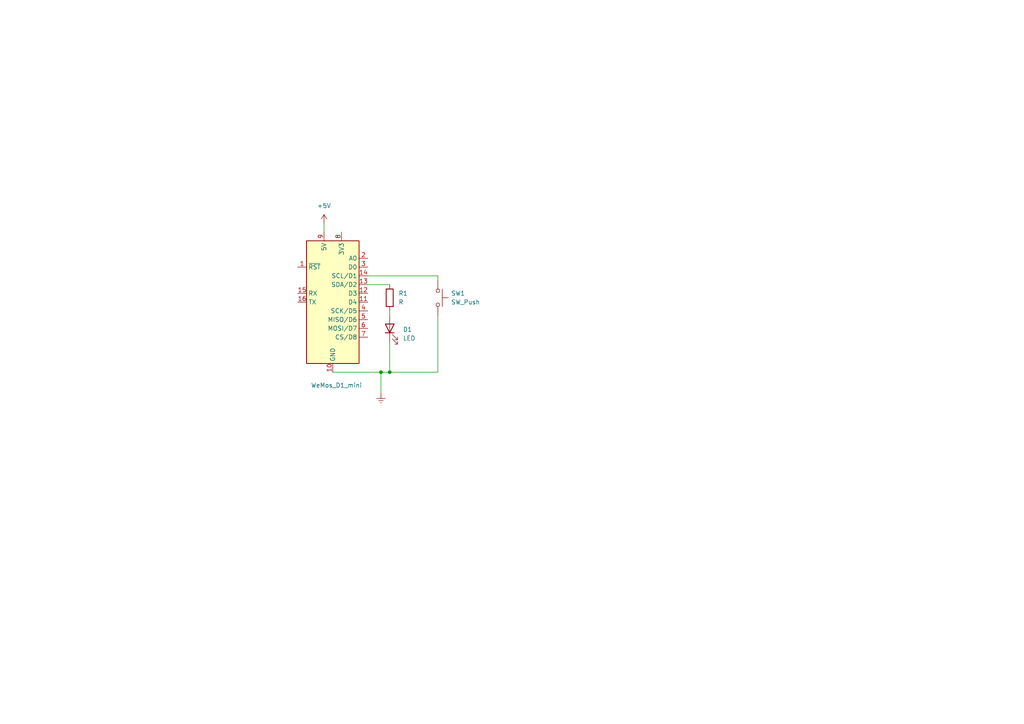
<source format=kicad_sch>
(kicad_sch (version 20211123) (generator eeschema)
  (paper "A4")
  (lib_symbols
    (symbol "Device:LED" (pin_numbers hide) (pin_names (offset 1.016) hide)
      (property "Reference" "D" (at 0 2.54 0))
      (property "Value" "LED" (at 0 -2.54 0))
      (symbol "LED_0_1"
        (polyline (pts (xy -1.27 -1.27) (xy -1.27 1.27)) (stroke (width 0.254)))
        (polyline (pts (xy -1.27 0) (xy 1.27 0)))
        (polyline (pts (xy 1.27 -1.27) (xy 1.27 1.27) (xy -1.27 0) (xy 1.27 -1.27)) (stroke (width 0.254)))
        (polyline (pts (xy -3.048 -0.762) (xy -4.572 -2.286) (xy -3.81 -2.286) (xy -4.572 -2.286) (xy -4.572 -1.524)))
        (polyline (pts (xy -1.778 -0.762) (xy -3.302 -2.286) (xy -2.54 -2.286) (xy -3.302 -2.286) (xy -3.302 -1.524)))
      )
      (symbol "LED_1_1"
        (pin passive line (at -3.81 0 0) (length 2.54) (name "K") (number "1"))
        (pin passive line (at 3.81 0 180) (length 2.54) (name "A") (number "2"))
      )
    )
    (symbol "Device:R" (pin_numbers hide) (pin_names (offset 0))
      (property "Reference" "R" (at 2.032 0 90))
      (property "Value" "R" (at 0 0 90))
      (symbol "R_0_1"
        (rectangle (start -1.016 -2.54) (end 1.016 2.54) (stroke (width 0.254)))
      )
      (symbol "R_1_1"
        (pin passive line (at 0 3.81 270) (length 1.27) (name "~") (number "1"))
        (pin passive line (at 0 -3.81 90) (length 1.27) (name "~") (number "2"))
      )
    )
    (symbol "MCU_Module:WeMos_D1_mini"
      (property "Reference" "U" (at 3.81 19.05 0))
      (property "Value" "WeMos_D1_mini" (at 1.27 -19.05 0))
      (symbol "WeMos_D1_mini_1_1"
        (rectangle (start -7.62 17.78) (end 7.62 -17.78) (stroke (width 0.254)) (fill (type background)))
        (pin input line (at -10.16 10.16 0) (length 2.54) (name "~{RST}") (number "1"))
        (pin power_in line (at 0 -20.32 90) (length 2.54) (name "GND") (number "10"))
        (pin bidirectional line (at 10.16 0 180) (length 2.54) (name "D4") (number "11"))
        (pin bidirectional line (at 10.16 2.54 180) (length 2.54) (name "D3") (number "12"))
        (pin bidirectional line (at 10.16 5.08 180) (length 2.54) (name "SDA/D2") (number "13"))
        (pin bidirectional line (at 10.16 7.62 180) (length 2.54) (name "SCL/D1") (number "14"))
        (pin input line (at -10.16 2.54 0) (length 2.54) (name "RX") (number "15"))
        (pin output line (at -10.16 0 0) (length 2.54) (name "TX") (number "16"))
        (pin input line (at 10.16 12.7 180) (length 2.54) (name "A0") (number "2"))
        (pin bidirectional line (at 10.16 10.16 180) (length 2.54) (name "D0") (number "3"))
        (pin bidirectional line (at 10.16 -2.54 180) (length 2.54) (name "SCK/D5") (number "4"))
        (pin bidirectional line (at 10.16 -5.08 180) (length 2.54) (name "MISO/D6") (number "5"))
        (pin bidirectional line (at 10.16 -7.62 180) (length 2.54) (name "MOSI/D7") (number "6"))
        (pin bidirectional line (at 10.16 -10.16 180) (length 2.54) (name "CS/D8") (number "7"))
        (pin power_out line (at 2.54 20.32 270) (length 2.54) (name "3V3") (number "8"))
        (pin power_in line (at -2.54 20.32 270) (length 2.54) (name "5V") (number "9"))
      )
    )
    (symbol "Switch:SW_Push" (pin_numbers hide) (pin_names (offset 1.016) hide)
      (property "Reference" "SW" (at 1.27 2.54 0))
      (property "Value" "SW_Push" (at 0 -1.524 0))
      (symbol "SW_Push_0_1"
        (circle (center -2.032 0) (radius 0.508))
        (polyline (pts (xy 0 1.27) (xy 0 3.048)))
        (polyline (pts (xy 2.54 1.27) (xy -2.54 1.27)))
        (circle (center 2.032 0) (radius 0.508))
        (pin passive line (at -5.08 0 0) (length 2.54) (name "1") (number "1"))
        (pin passive line (at 5.08 0 180) (length 2.54) (name "2") (number "2"))
      )
    )
    (symbol "power:+5V" (power) (pin_names (offset 0))
      (property "Value" "+5V" (at 0 3.556 0))
      (symbol "+5V_0_1"
        (polyline (pts (xy -0.762 1.27) (xy 0 2.54)))
        (polyline (pts (xy 0 0) (xy 0 2.54)))
        (polyline (pts (xy 0 2.54) (xy 0.762 1.27)))
      )
      (symbol "+5V_1_1"
        (pin power_in line (at 0 0 90) (length 0) hide (name "+5V") (number "1"))
      )
    )
    (symbol "power:Earth" (power) (pin_names (offset 0))
      (symbol "Earth_0_1"
        (polyline (pts (xy -0.635 -1.905) (xy 0.635 -1.905)))
        (polyline (pts (xy -0.127 -2.54) (xy 0.127 -2.54)))
        (polyline (pts (xy 0 -1.27) (xy 0 0)))
        (polyline (pts (xy 1.27 -1.27) (xy -1.27 -1.27)))
      )
      (symbol "Earth_1_1"
        (pin power_in line (at 0 0 270) (length 0) hide (name "Earth") (number "1"))
      )
    )
  )
  (junction (at 110.49 107.95))
  (junction (at 113.03 107.95))
  (wire (pts (xy 96.52 107.95) (xy 110.49 107.95)))
  (wire (pts (xy 106.68 80.01) (xy 127 80.01)))
  (wire (pts (xy 93.98 67.31) (xy 93.98 64.77)))
  (wire (pts (xy 113.03 99.06) (xy 113.03 107.95)))
  (wire (pts (xy 113.03 90.17) (xy 113.03 91.44)))
  (wire (pts (xy 127 91.44) (xy 127 107.95)))
  (wire (pts (xy 110.49 107.95) (xy 110.49 114.3)))
  (wire (pts (xy 113.03 107.95) (xy 127 107.95)))
  (wire (pts (xy 127 80.01) (xy 127 81.28)))
  (wire (pts (xy 110.49 107.95) (xy 113.03 107.95)))
  (wire (pts (xy 106.68 82.55) (xy 113.03 82.55)))
  (symbol (lib_id "Device:R") (at 113.03 86.36 0) (unit 1)
    (property "Reference" "R1" (at 115.57 85.0899 0) (effects (justify left)))
    (property "Value" "R" (at 115.57 87.6299 0) (effects (justify left)))
  )
  (symbol (lib_id "power:Earth") (at 110.49 114.3 0) (unit 1)
    (property "Reference" "#PWR?" (effects hide))
    (property "Value" "Earth" (effects hide))
  )
  (symbol (lib_id "Switch:SW_Push") (at 127 86.36 270) (unit 1)
    (property "Reference" "SW1" (at 130.81 85.0899 90) (effects (justify left)))
    (property "Value" "SW_Push" (at 130.81 87.6299 90) (effects (justify left)))
  )
  (symbol (lib_id "MCU_Module:WeMos_D1_mini") (at 96.52 87.63 0) (unit 1)
    (property "Reference" "U?" (effects hide))
    (property "Value" "WeMos_D1_mini" (at 90.17 111.76 0) (effects (justify left)))
    (property "Footprint" "Module:WEMOS_D1_mini_light" (effects hide))
    (property "Datasheet" "https://wiki.wemos.cc/products:d1:d1_mini#documentation" (effects hide))
  )
  (symbol (lib_id "power:+5V") (at 93.98 64.77 0) (unit 1)
    (property "Reference" "#PWR?" (effects hide))
    (property "Value" "+5V" (at 93.98 59.69 0))
  )
  (symbol (lib_id "Device:LED") (at 113.03 95.25 90) (unit 1)
    (property "Reference" "D1" (at 116.84 95.5674 90) (effects (justify right)))
    (property "Value" "LED" (at 116.84 98.1074 90) (effects (justify right)))
  )
)
</source>
